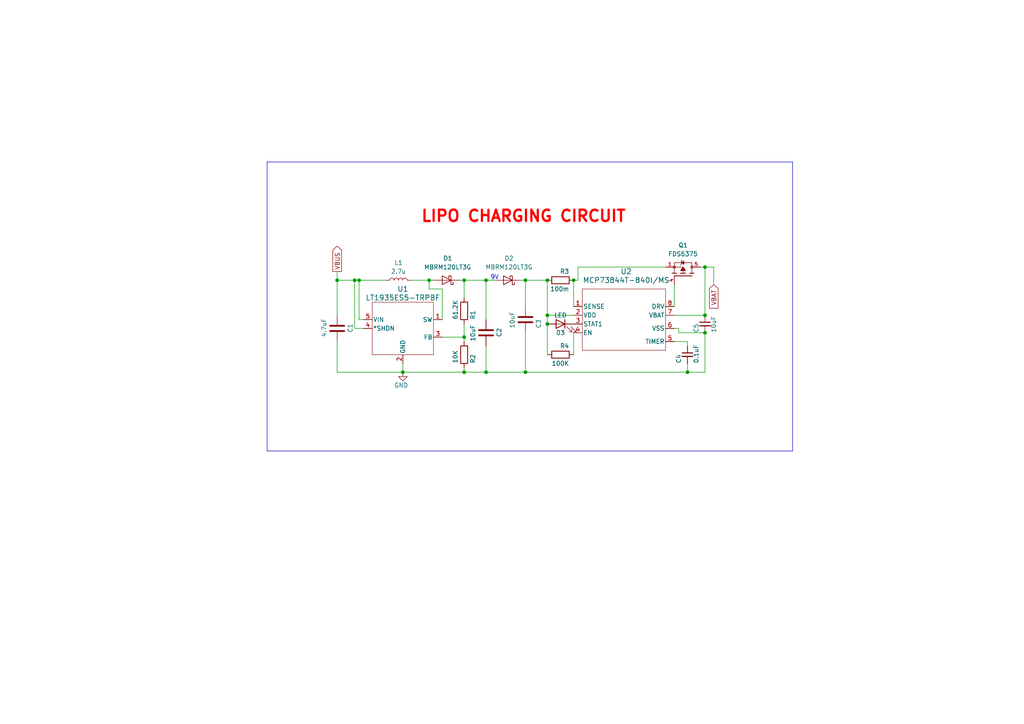
<source format=kicad_sch>
(kicad_sch (version 20230121) (generator eeschema)
  (paper "A4")
  (lib_symbols
    (symbol "2023-10-27_15-39-09:LT1935ES5-TRPBF" (pin_names (offset 0.254))
      (property "Reference" "U" (at 16.51 10.16 0))
      (property "Value" "LT1935ES5-TRPBF" (at 16.51 7.62 0))
      (symbol "LT1935ES5-TRPBF_0_1"
        (polyline (pts (xy 7.62 -10.16) (xy 25.4 -10.16)) (stroke (width 0.127)))
        (polyline (pts (xy 7.62 5.08) (xy 7.62 -10.16)) (stroke (width 0.127)))
        (polyline (pts (xy 25.4 -10.16) (xy 25.4 5.08)) (stroke (width 0.127)))
        (polyline (pts (xy 25.4 5.08) (xy 7.62 5.08)) (stroke (width 0.127)))
      )
      (symbol "LT1935ES5-TRPBF_1_1"
        (pin unspecified line (at 5.08 0 0) (length 2.54) (name "SW") (number "1"))
        (pin power_in line (at 16.51 -12.7 90) (length 2.54) (name "GND") (number "2"))
        (pin unspecified line (at 5.08 -5.08 0) (length 2.54) (name "FB") (number "3"))
        (pin unspecified line (at 27.94 -2.54 180) (length 2.54) (name "*SHDN") (number "4"))
        (pin input line (at 27.94 0 180) (length 2.54) (name "VIN") (number "5"))
      )
    )
    (symbol "2023-10-27_15-39-09:MCP73844T-840I_MS" (pin_names (offset 0.254))
      (property "Reference" "U" (at 20.32 10.16 0))
      (property "Value" "MCP73844T-840I/MS" (at 20.32 7.62 0))
      (symbol "MCP73844T-840I_MS_0_1"
        (polyline (pts (xy 7.62 -12.7) (xy 31.75 -12.7)) (stroke (width 0.127)))
        (polyline (pts (xy 7.62 5.08) (xy 7.62 -12.7)) (stroke (width 0.127)))
        (polyline (pts (xy 31.75 -12.7) (xy 31.75 5.08)) (stroke (width 0.127)))
        (polyline (pts (xy 31.75 5.08) (xy 7.62 5.08)) (stroke (width 0.127)))
      )
      (symbol "MCP73844T-840I_MS_1_1"
        (pin unspecified line (at 5.08 0 0) (length 2.54) (name "SENSE") (number "1"))
        (pin unspecified line (at 5.08 -2.54 0) (length 2.54) (name "VDD") (number "2"))
        (pin unspecified line (at 5.08 -5.08 0) (length 2.54) (name "STAT1") (number "3"))
        (pin unspecified line (at 5.08 -7.62 0) (length 2.54) (name "EN") (number "4"))
        (pin unspecified line (at 34.29 -10.16 180) (length 2.54) (name "TIMER") (number "5"))
        (pin unspecified line (at 34.29 -6.35 180) (length 2.54) (name "VSS") (number "6"))
        (pin unspecified line (at 34.29 -2.54 180) (length 2.54) (name "VBAT") (number "7"))
        (pin unspecified line (at 34.29 0 180) (length 2.54) (name "DRV") (number "8"))
      )
    )
    (symbol "Device:C" (pin_numbers hide) (pin_names (offset 0.254))
      (property "Reference" "C" (at 0.635 2.54 0))
      (property "Value" "C" (at 0.635 -2.54 0))
      (symbol "C_0_1"
        (polyline (pts (xy -2.032 -0.762) (xy 2.032 -0.762)) (stroke (width 0.508)))
        (polyline (pts (xy -2.032 0.762) (xy 2.032 0.762)) (stroke (width 0.508)))
      )
      (symbol "C_1_1"
        (pin passive line (at 0 3.81 270) (length 2.794) (name "~") (number "1"))
        (pin passive line (at 0 -3.81 90) (length 2.794) (name "~") (number "2"))
      )
    )
    (symbol "Device:C_Small" (pin_numbers hide) (pin_names (offset 0.254) hide)
      (property "Reference" "C" (at 0.254 1.778 0))
      (property "Value" "C_Small" (at 0.254 -2.032 0))
      (symbol "C_Small_0_1"
        (polyline (pts (xy -1.524 -0.508) (xy 1.524 -0.508)) (stroke (width 0.3302)))
        (polyline (pts (xy -1.524 0.508) (xy 1.524 0.508)) (stroke (width 0.3048)))
      )
      (symbol "C_Small_1_1"
        (pin passive line (at 0 2.54 270) (length 2.032) (name "~") (number "1"))
        (pin passive line (at 0 -2.54 90) (length 2.032) (name "~") (number "2"))
      )
    )
    (symbol "Device:L" (pin_numbers hide) (pin_names (offset 1.016) hide)
      (property "Reference" "L" (at -1.27 0 90))
      (property "Value" "L" (at 1.905 0 90))
      (symbol "L_0_1"
        (arc (start 0 -2.54) (mid 0.6323 -1.905) (end 0 -1.27))
        (arc (start 0 -1.27) (mid 0.6323 -0.635) (end 0 0))
        (arc (start 0 0) (mid 0.6323 0.635) (end 0 1.27))
        (arc (start 0 1.27) (mid 0.6323 1.905) (end 0 2.54))
      )
      (symbol "L_1_1"
        (pin passive line (at 0 3.81 270) (length 1.27) (name "1") (number "1"))
        (pin passive line (at 0 -3.81 90) (length 1.27) (name "2") (number "2"))
      )
    )
    (symbol "Device:LED" (pin_numbers hide) (pin_names (offset 1.016) hide)
      (property "Reference" "D" (at 0 2.54 0))
      (property "Value" "LED" (at 0 -2.54 0))
      (symbol "LED_0_1"
        (polyline (pts (xy -1.27 -1.27) (xy -1.27 1.27)) (stroke (width 0.254)))
        (polyline (pts (xy -1.27 0) (xy 1.27 0)))
        (polyline (pts (xy 1.27 -1.27) (xy 1.27 1.27) (xy -1.27 0) (xy 1.27 -1.27)) (stroke (width 0.254)))
        (polyline (pts (xy -3.048 -0.762) (xy -4.572 -2.286) (xy -3.81 -2.286) (xy -4.572 -2.286) (xy -4.572 -1.524)))
        (polyline (pts (xy -1.778 -0.762) (xy -3.302 -2.286) (xy -2.54 -2.286) (xy -3.302 -2.286) (xy -3.302 -1.524)))
      )
      (symbol "LED_1_1"
        (pin passive line (at -3.81 0 0) (length 2.54) (name "K") (number "1"))
        (pin passive line (at 3.81 0 180) (length 2.54) (name "A") (number "2"))
      )
    )
    (symbol "Device:R" (pin_numbers hide) (pin_names (offset 0))
      (property "Reference" "R" (at 2.032 0 90))
      (property "Value" "R" (at 0 0 90))
      (symbol "R_0_1"
        (rectangle (start -1.016 -2.54) (end 1.016 2.54) (stroke (width 0.254)))
      )
      (symbol "R_1_1"
        (pin passive line (at 0 3.81 270) (length 1.27) (name "~") (number "1"))
        (pin passive line (at 0 -3.81 90) (length 1.27) (name "~") (number "2"))
      )
    )
    (symbol "Diode:MBR1020VL" (pin_numbers hide) (pin_names hide)
      (property "Reference" "D" (at 0 2.54 0))
      (property "Value" "MBR1020VL" (at 0 -2.54 0))
      (symbol "MBR1020VL_0_1"
        (polyline (pts (xy 1.27 0) (xy -1.27 0)))
        (polyline (pts (xy 1.27 1.27) (xy 1.27 -1.27) (xy -1.27 0) (xy 1.27 1.27)) (stroke (width 0.2032)))
        (polyline (pts (xy -1.905 0.635) (xy -1.905 1.27) (xy -1.27 1.27) (xy -1.27 -1.27) (xy -0.635 -1.27) (xy -0.635 -0.635)) (stroke (width 0.2032)))
      )
      (symbol "MBR1020VL_1_1"
        (pin passive line (at -3.81 0 0) (length 2.54) (name "K") (number "1"))
        (pin passive line (at 3.81 0 180) (length 2.54) (name "A") (number "2"))
      )
    )
    (symbol "FDS6375:FDS6375" (pin_names (offset 1.016))
      (property "Reference" "Q" (at 5.08 0 0))
      (property "Value" "FDS6375" (at 5.08 -2.54 0))
      (symbol "FDS6375_0_0"
        (polyline (pts (xy 0 -2.54) (xy 0 2.54)) (stroke (width 0.254)))
        (polyline (pts (xy 0.762 -3.175) (xy 0.762 -2.54)) (stroke (width 0.254)))
        (polyline (pts (xy 0.762 -2.54) (xy 0.762 -1.905)) (stroke (width 0.254)))
        (polyline (pts (xy 0.762 -2.54) (xy 3.81 -2.54)) (stroke (width 0.1524)))
        (polyline (pts (xy 0.762 -0.762) (xy 0.762 0)) (stroke (width 0.254)))
        (polyline (pts (xy 0.762 0) (xy 0.762 0.762)) (stroke (width 0.254)))
        (polyline (pts (xy 0.762 0) (xy 2.54 0)) (stroke (width 0.1524)))
        (polyline (pts (xy 0.762 1.905) (xy 0.762 2.54)) (stroke (width 0.254)))
        (polyline (pts (xy 0.762 2.54) (xy 0.762 3.175)) (stroke (width 0.254)))
        (polyline (pts (xy 2.54 0) (xy 2.54 2.54)) (stroke (width 0.1524)))
        (polyline (pts (xy 2.54 2.54) (xy 0.762 2.54)) (stroke (width 0.1524)))
        (polyline (pts (xy 2.54 2.54) (xy 3.81 2.54)) (stroke (width 0.1524)))
        (polyline (pts (xy 3.048 0.762) (xy 3.302 0.508)) (stroke (width 0.1524)))
        (polyline (pts (xy 3.302 0.508) (xy 3.81 0.508)) (stroke (width 0.1524)))
        (polyline (pts (xy 3.81 -2.54) (xy 3.81 0.508)) (stroke (width 0.1524)))
        (polyline (pts (xy 3.81 0.508) (xy 3.81 2.54)) (stroke (width 0.1524)))
        (polyline (pts (xy 3.81 0.508) (xy 4.318 0.508)) (stroke (width 0.1524)))
        (polyline (pts (xy 4.318 0.508) (xy 4.572 0.254)) (stroke (width 0.1524)))
        (polyline (pts (xy 2.54 0) (xy 1.524 0.762) (xy 1.524 -0.762) (xy 2.54 0)) (stroke (width 0.1524)) (fill (type outline)))
        (polyline (pts (xy 3.81 0.508) (xy 4.318 -0.254) (xy 3.302 -0.254) (xy 3.81 0.508)) (stroke (width 0.1524)) (fill (type outline)))
        (circle (center 2.54 -2.54) (radius 0.3592))
        (circle (center 2.54 2.54) (radius 0.3592))
        (pin passive line (at 2.54 5.08 270) (length 2.54) (name "~") (number "1"))
        (pin passive line (at -2.54 2.54 0) (length 2.54) (name "~") (number "4"))
        (pin passive line (at 2.54 -5.08 90) (length 2.54) (name "~") (number "5"))
      )
    )
    (symbol "power:GND" (power) (pin_names (offset 0))
      (property "Value" "GND" (at 0 -3.81 0))
      (symbol "GND_0_1"
        (polyline (pts (xy 0 0) (xy 0 -1.27) (xy 1.27 -1.27) (xy 0 -2.54) (xy -1.27 -1.27) (xy 0 -1.27)))
      )
      (symbol "GND_1_1"
        (pin power_in line (at 0 0 270) (length 0) hide (name "GND") (number "1"))
      )
    )
  )
  (junction (at 134.62 97.79))
  (junction (at 152.4 107.95))
  (junction (at 134.62 107.95))
  (junction (at 140.97 81.28))
  (junction (at 204.47 96.52))
  (junction (at 140.97 107.95))
  (junction (at 102.87 81.28))
  (junction (at 124.46 81.28))
  (junction (at 158.75 91.44))
  (junction (at 134.62 81.28))
  (junction (at 166.37 81.28))
  (junction (at 204.47 91.44))
  (junction (at 104.14 81.28))
  (junction (at 158.75 93.98))
  (junction (at 204.47 77.47))
  (junction (at 116.84 107.95))
  (junction (at 158.75 81.28))
  (junction (at 199.39 107.95))
  (junction (at 152.4 81.28))
  (junction (at 97.79 81.28))
  (wire (pts (xy 151.13 81.28) (xy 152.4 81.28)))
  (wire (pts (xy 204.47 77.47) (xy 207.01 77.47)))
  (wire (pts (xy 119.38 81.28) (xy 124.46 81.28)))
  (wire (pts (xy 134.62 81.28) (xy 134.62 86.36)))
  (wire (pts (xy 105.41 95.25) (xy 102.87 95.25)))
  (wire (pts (xy 134.62 107.95) (xy 140.97 107.95)))
  (wire (pts (xy 207.01 77.47) (xy 207.01 82.55)))
  (polyline (pts (xy 229.87 130.81) (xy 229.87 46.99)))
  (wire (pts (xy 152.4 96.52) (xy 152.4 107.95)))
  (polyline (pts (xy 77.47 130.81) (xy 229.87 130.81)))
  (wire (pts (xy 97.79 81.28) (xy 97.79 91.44)))
  (wire (pts (xy 158.75 81.28) (xy 152.4 81.28)))
  (wire (pts (xy 166.37 96.52) (xy 166.37 102.87)))
  (wire (pts (xy 97.79 81.28) (xy 102.87 81.28)))
  (polyline (pts (xy 77.47 46.99) (xy 77.47 130.81)))
  (wire (pts (xy 152.4 107.95) (xy 140.97 107.95)))
  (wire (pts (xy 204.47 107.95) (xy 199.39 107.95)))
  (wire (pts (xy 152.4 81.28) (xy 152.4 88.9)))
  (wire (pts (xy 104.14 92.71) (xy 104.14 81.28)))
  (wire (pts (xy 97.79 107.95) (xy 116.84 107.95)))
  (wire (pts (xy 199.39 105.41) (xy 199.39 107.95)))
  (wire (pts (xy 203.2 77.47) (xy 204.47 77.47)))
  (wire (pts (xy 199.39 107.95) (xy 152.4 107.95)))
  (wire (pts (xy 167.64 77.47) (xy 167.64 81.28)))
  (wire (pts (xy 128.27 97.79) (xy 134.62 97.79)))
  (wire (pts (xy 102.87 95.25) (xy 102.87 81.28)))
  (wire (pts (xy 125.73 81.28) (xy 124.46 81.28)))
  (wire (pts (xy 102.87 81.28) (xy 104.14 81.28)))
  (wire (pts (xy 204.47 96.52) (xy 204.47 107.95)))
  (wire (pts (xy 134.62 81.28) (xy 133.35 81.28)))
  (wire (pts (xy 97.79 78.74) (xy 97.79 81.28)))
  (wire (pts (xy 134.62 107.95) (xy 134.62 106.68)))
  (wire (pts (xy 105.41 92.71) (xy 104.14 92.71)))
  (wire (pts (xy 134.62 93.98) (xy 134.62 97.79)))
  (wire (pts (xy 97.79 99.06) (xy 97.79 107.95)))
  (wire (pts (xy 158.75 91.44) (xy 158.75 93.98)))
  (wire (pts (xy 199.39 99.06) (xy 199.39 100.33)))
  (polyline (pts (xy 77.47 46.99) (xy 229.87 46.99)))
  (wire (pts (xy 140.97 81.28) (xy 140.97 92.71)))
  (wire (pts (xy 204.47 91.44) (xy 204.47 77.47)))
  (wire (pts (xy 193.04 77.47) (xy 167.64 77.47)))
  (wire (pts (xy 195.58 88.9) (xy 195.58 82.55)))
  (wire (pts (xy 116.84 107.95) (xy 134.62 107.95)))
  (wire (pts (xy 140.97 100.33) (xy 140.97 107.95)))
  (wire (pts (xy 140.97 81.28) (xy 143.51 81.28)))
  (wire (pts (xy 116.84 105.41) (xy 116.84 107.95)))
  (wire (pts (xy 104.14 81.28) (xy 111.76 81.28)))
  (wire (pts (xy 124.46 83.82) (xy 124.46 81.28)))
  (wire (pts (xy 167.64 81.28) (xy 166.37 81.28)))
  (wire (pts (xy 196.85 95.25) (xy 196.85 96.52)))
  (wire (pts (xy 158.75 93.98) (xy 158.75 102.87)))
  (wire (pts (xy 134.62 81.28) (xy 140.97 81.28)))
  (wire (pts (xy 128.27 83.82) (xy 124.46 83.82)))
  (wire (pts (xy 166.37 91.44) (xy 158.75 91.44)))
  (wire (pts (xy 134.62 97.79) (xy 134.62 99.06)))
  (wire (pts (xy 195.58 95.25) (xy 196.85 95.25)))
  (wire (pts (xy 196.85 96.52) (xy 204.47 96.52)))
  (wire (pts (xy 195.58 99.06) (xy 199.39 99.06)))
  (wire (pts (xy 166.37 81.28) (xy 166.37 88.9)))
  (wire (pts (xy 158.75 91.44) (xy 158.75 81.28)))
  (wire (pts (xy 128.27 92.71) (xy 128.27 83.82)))
  (wire (pts (xy 195.58 91.44) (xy 204.47 91.44)))
  (text "LIPO CHARGING CIRCUIT" (at 121.92 64.77 0) (effects (font (size 3.27 3.27) (thickness 0.654) bold) (justify left bottom)))
  (text "9V" (at 142.24 81.28 0) (effects (font (size 1.27 1.27)) (justify left bottom)))
  (global_label "VBUS" (shape output) (at 97.79 78.74 90) (property "Intersheetrefs" "${INTERSHEET_REFS}" (effects hide)))
  (global_label "VBAT" (shape input) (at 207.01 82.55 270) (property "Intersheetrefs" "${INTERSHEET_REFS}" (effects hide)))
  (symbol (lib_id "Device:C_Small") (at 204.47 93.98 0) (unit 1)
    (property "Reference" "C5" (at 201.93 96.52 90) (effects (justify left)))
    (property "Value" "10uF" (at 207.01 96.52 90) (effects (justify left)))
    (property "Footprint" "Capacitor_SMD:C_0402_1005Metric_Pad0.74x0.62mm_HandSolder" (effects hide))
  )
  (symbol (lib_id "Device:C") (at 140.97 96.52 0) (unit 1)
    (property "Reference" "C2" (at 144.78 97.79 90) (effects (justify left)))
    (property "Value" "10uF" (at 137.16 99.06 90) (effects (justify left)))
    (property "Footprint" "Capacitor_SMD:C_0402_1005Metric_Pad0.74x0.62mm_HandSolder" (effects hide))
  )
  (symbol (lib_id "Device:C_Small") (at 199.39 102.87 0) (unit 1)
    (property "Reference" "C4" (at 196.85 105.41 90) (effects (justify left)))
    (property "Value" "0.1uF" (at 201.93 105.41 90) (effects (justify left)))
    (property "Footprint" "Capacitor_SMD:C_0402_1005Metric_Pad0.74x0.62mm_HandSolder" (effects hide))
  )
  (symbol (lib_id "Device:LED") (at 162.56 93.98 0) (mirror y) (unit 1)
    (property "Reference" "D3" (at 162.56 96.52 0))
    (property "Value" "LED" (at 162.56 91.44 0))
    (property "Footprint" "LED_THT:LED_D3.0mm" (effects hide))
  )
  (symbol (lib_id "Device:C") (at 152.4 92.71 0) (unit 1)
    (property "Reference" "C3" (at 156.21 95.25 90) (effects (justify left)))
    (property "Value" "10uF" (at 148.59 95.25 90) (effects (justify left)))
    (property "Footprint" "Capacitor_SMD:C_0402_1005Metric_Pad0.74x0.62mm_HandSolder" (effects hide))
  )
  (symbol (lib_id "Device:C") (at 97.79 95.25 0) (unit 1)
    (property "Reference" "C1" (at 101.6 96.52 90) (effects (justify left)))
    (property "Value" "4.7uF" (at 93.98 97.79 90) (effects (justify left)))
    (property "Footprint" "Capacitor_SMD:C_0402_1005Metric_Pad0.74x0.62mm_HandSolder" (effects hide))
  )
  (symbol (lib_id "Device:R") (at 162.56 102.87 90) (unit 1)
    (property "Reference" "R4" (at 165.1 100.33 90) (effects (justify left)))
    (property "Value" "100K" (at 165.1 105.41 90) (effects (justify left)))
    (property "Footprint" "Capacitor_SMD:C_0402_1005Metric_Pad0.74x0.62mm_HandSolder" (effects hide))
  )
  (symbol (lib_id "Device:R") (at 134.62 90.17 0) (unit 1)
    (property "Reference" "R1" (at 137.16 92.71 90) (effects (justify left)))
    (property "Value" "61.2K" (at 132.08 92.71 90) (effects (justify left)))
    (property "Footprint" "Resistor_SMD:R_0402_1005Metric_Pad0.72x0.64mm_HandSolder" (effects hide))
    (property "Datasheet" "TNPW040261K2BEED" (effects hide))
  )
  (symbol (lib_id "Device:R") (at 162.56 81.28 90) (unit 1)
    (property "Reference" "R3" (at 165.1 78.74 90) (effects (justify left)))
    (property "Value" "100m" (at 165.1 83.82 90) (effects (justify left)))
    (property "Footprint" "Capacitor_SMD:C_0402_1005Metric_Pad0.74x0.62mm_HandSolder" (effects hide))
  )
  (symbol (lib_id "power:GND") (at 116.84 107.95 0) (mirror y) (unit 1)
    (property "Reference" "#PWR01" (effects hide))
    (property "Value" "GND" (at 114.3 111.76 0) (effects (justify right)))
  )
  (symbol (lib_id "Device:R") (at 134.62 102.87 0) (unit 1)
    (property "Reference" "R2" (at 137.16 105.41 90) (effects (justify left)))
    (property "Value" "10K" (at 132.08 105.41 90) (effects (justify left)))
    (property "Footprint" "Capacitor_SMD:C_0402_1005Metric_Pad0.74x0.62mm_HandSolder" (effects hide))
  )
  (symbol (lib_id "2023-10-27_15-39-09:LT1935ES5-TRPBF") (at 133.35 92.71 0) (mirror y) (unit 1)
    (property "Reference" "U1" (at 116.84 83.82 0) (effects (font (size 1.524 1.524))))
    (property "Value" "LT1935ES5-TRPBF" (at 116.84 86.36 0) (effects (font (size 1.524 1.524))))
    (property "Footprint" "S_5_ADI" (effects hide))
    (property "Datasheet" "LT1935ES5-TRPBF" (effects hide))
  )
  (symbol (lib_id "Diode:MBR1020VL") (at 147.32 81.28 180) (unit 1)
    (property "Reference" "D2" (at 147.6375 74.93 0))
    (property "Value" "MBRM120LT3G" (at 147.6375 77.47 0))
    (property "Footprint" "Diode_SMD:D_SOD-123F" (effects hide))
    (property "Datasheet" "https://www.onsemi.com/pub/Collateral/MBR1020VL-D.PDF" (effects hide))
  )
  (symbol (lib_id "Device:L") (at 115.57 81.28 90) (unit 1)
    (property "Reference" "L1" (at 115.57 76.2 90))
    (property "Value" "2.7u" (at 115.57 78.74 90))
    (property "Footprint" "Library:IND_R2NC_SUM" (effects hide))
    (property "Datasheet" "CDRH5D28NP-4R2NC" (effects hide))
  )
  (symbol (lib_id "Diode:MBR1020VL") (at 129.54 81.28 180) (unit 1)
    (property "Reference" "D1" (at 129.8575 74.93 0))
    (property "Value" "MBRM120LT3G" (at 129.8575 77.47 0))
    (property "Footprint" "Diode_SMD:D_SOD-123F" (effects hide))
    (property "Datasheet" "https://www.onsemi.com/pub/Collateral/MBR1020VL-D.PDF" (effects hide))
  )
  (symbol (lib_id "2023-10-27_15-39-09:MCP73844T-840I_MS") (at 161.29 88.9 0) (unit 1)
    (property "Reference" "U2" (at 181.61 78.74 0) (effects (font (size 1.524 1.524))))
    (property "Value" "MCP73844T-840I/MS" (at 181.61 81.28 0) (effects (font (size 1.524 1.524))))
    (property "Footprint" "MSOP8_MC_MCH" (effects hide))
    (property "Datasheet" "MCP73844T-840I/MS" (effects hide))
  )
  (symbol (lib_id "FDS6375:FDS6375") (at 198.12 80.01 90) (unit 1)
    (property "Reference" "Q1" (at 198.12 71.12 90))
    (property "Value" "FDS6375" (at 198.12 73.66 90))
    (property "Footprint" "Library:SOIC127P600X175-8N" (effects hide))
    (property "PARTREV" "24 AUG 2017" (effects hide))
    (property "STANDARD" "IPC 7351B" (effects hide))
    (property "MAXIMUM_PACKAGE_HEIGHT" "1.75 mm" (effects hide))
    (property "MANUFACTURER" "ON Semiconductor" (effects hide))
  )
)
</source>
